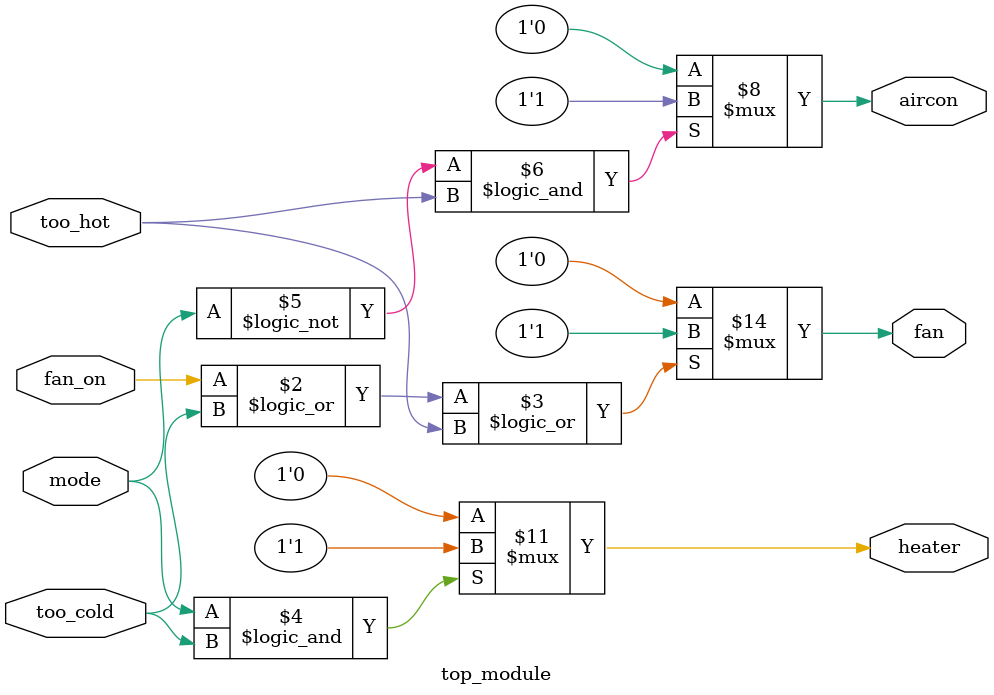
<source format=sv>
module top_module(
    input mode,
    input too_cold, 
    input too_hot,
    input fan_on,
    output reg heater,
    output reg aircon,
    output reg fan
);

always @(*) begin
    // Default values
    heater = 0;
    aircon = 0;
    fan = 0;

    // Control fan
    if (fan_on || too_cold || too_hot) begin
        fan = 1;
    end
    
    // Control heater
    if (mode && too_cold) begin
        heater = 1;
    end
    
    // Control air conditioner
    if (!mode && too_hot) begin
        aircon = 1;
    end
end

endmodule

</source>
